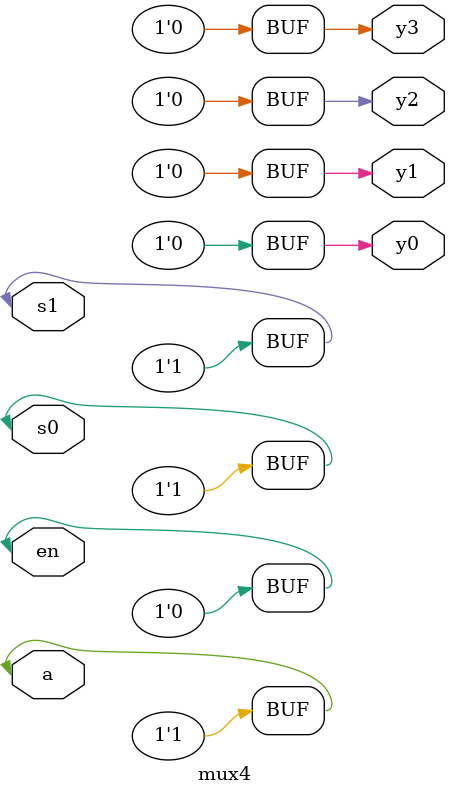
<source format=v>
module mux4(
  input a,s0,s1,en,
  
  output y3,y2,y1,y0
  
  //output carry
  
       );
 
    assign en=0;
    assign a=1;
    assign s0=1;
    assign s1=1;
    assign y0=en&~s0&~s1&a;
    assign y1=en&s0&~s1&a;assign y2=en&~s0&s1&a;assign y3=en&s0&s1&a;
   

 //else begin 
 //assign out=4'bzzzz;


 
     
    
   // assign a=99;
    //assign b=99;
    

   
    initial begin
    $monitor(" a=%b  %b %b %b %b ",$realtime,a,y3,y2,y1,y0,s0,s1);
    end
    
endmodule


</source>
